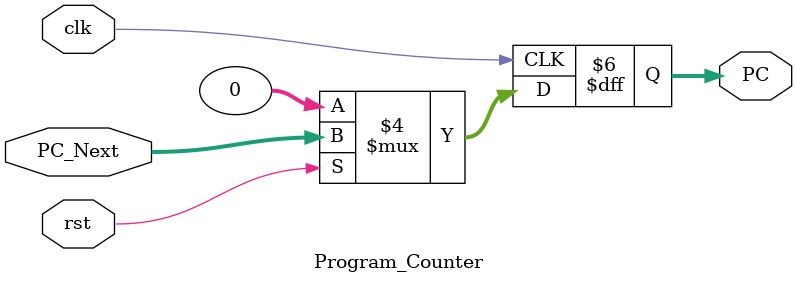
<source format=v>


//    http://www.apache.org/licenses/LICENSE-2.0

// Unless required by applicable law or agreed to in writing, software
// distributed under the License is distributed on an "AS IS" BASIS,
// WITHOUT WARRANTIES OR CONDITIONS OF ANY KIND, either express or implied.
// See the License for the specific language governing permissions and
// limitations under the License.



module Program_Counter(PC_Next,PC,clk,rst);

input  [31:0] PC_Next;
input rst,clk;
output reg [31:0] PC;

always @ (posedge clk)
begin
  if (~rst)
     begin
      PC <= {32{1'b0}};
     end
  else 
     begin
      PC <= PC_Next;
     end   
end


endmodule

</source>
